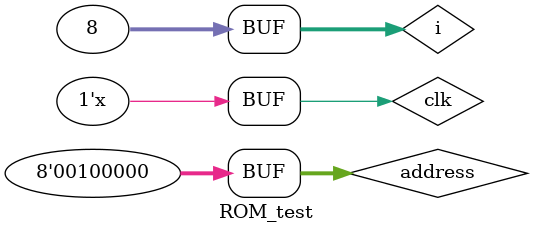
<source format=v>
`timescale 10ns/1ns

module ROM_test;
reg clk;
reg [7:0] address;
wire [31:0] q;
integer i;
always #5
	clk = ~clk;
InstrROM rom(address, clk, q);
initial
begin
	clk = 0;
	address = 0;
	for(i = 0; i<8; i = i+1)
	begin
		#10  address = address + 4;
	end
end
endmodule
	
	
	
	
	
	
	
</source>
